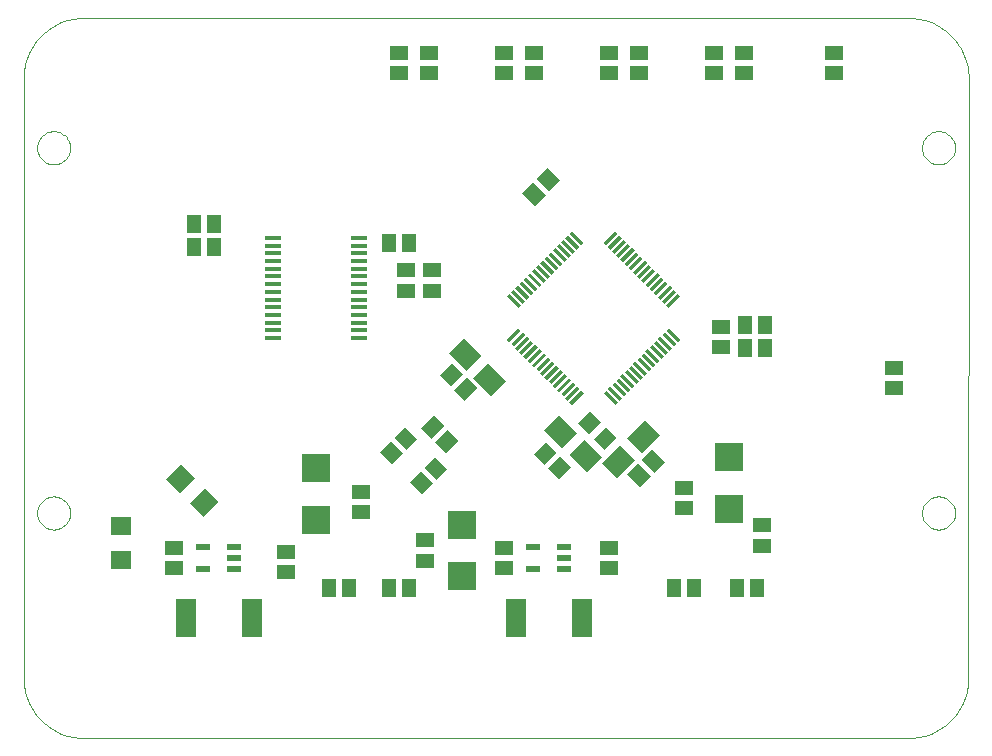
<source format=gbp>
G75*
G70*
%OFA0B0*%
%FSLAX24Y24*%
%IPPOS*%
%LPD*%
%AMOC8*
5,1,8,0,0,1.08239X$1,22.5*
%
%ADD10C,0.0000*%
%ADD11R,0.0118X0.0551*%
%ADD12R,0.0846X0.0709*%
%ADD13R,0.0512X0.0591*%
%ADD14R,0.0472X0.0217*%
%ADD15R,0.0591X0.0512*%
%ADD16R,0.0550X0.0137*%
%ADD17R,0.0709X0.1260*%
%ADD18R,0.0945X0.0945*%
%ADD19R,0.0630X0.0710*%
%ADD20R,0.0710X0.0630*%
D10*
X011180Y009430D02*
X011180Y029430D01*
X011182Y029525D01*
X011189Y029620D01*
X011200Y029715D01*
X011216Y029809D01*
X011236Y029902D01*
X011261Y029993D01*
X011290Y030084D01*
X011323Y030173D01*
X011361Y030261D01*
X011402Y030346D01*
X011448Y030430D01*
X011497Y030511D01*
X011551Y030590D01*
X011608Y030666D01*
X011669Y030740D01*
X011733Y030810D01*
X011800Y030877D01*
X011870Y030941D01*
X011944Y031002D01*
X012020Y031059D01*
X012099Y031113D01*
X012180Y031162D01*
X012264Y031208D01*
X012349Y031249D01*
X012437Y031287D01*
X012526Y031320D01*
X012617Y031349D01*
X012708Y031374D01*
X012801Y031394D01*
X012895Y031410D01*
X012990Y031421D01*
X013085Y031428D01*
X013180Y031430D01*
X040679Y031430D01*
X040774Y031428D01*
X040869Y031421D01*
X040964Y031410D01*
X041057Y031394D01*
X041150Y031374D01*
X041242Y031349D01*
X041333Y031320D01*
X041422Y031287D01*
X041510Y031249D01*
X041596Y031208D01*
X041679Y031162D01*
X041760Y031112D01*
X041839Y031059D01*
X041915Y031002D01*
X041989Y030941D01*
X042059Y030877D01*
X042127Y030810D01*
X042191Y030740D01*
X042251Y030666D01*
X042308Y030590D01*
X042362Y030511D01*
X042411Y030430D01*
X042457Y030346D01*
X042498Y030261D01*
X042536Y030173D01*
X042569Y030084D01*
X042598Y029993D01*
X042623Y029901D01*
X042643Y029808D01*
X042659Y029714D01*
X042670Y029620D01*
X042677Y029525D01*
X042679Y029429D01*
X042679Y029430D02*
X042673Y009430D01*
X042671Y009335D01*
X042664Y009240D01*
X042653Y009146D01*
X042637Y009052D01*
X042617Y008959D01*
X042592Y008867D01*
X042563Y008776D01*
X042530Y008687D01*
X042492Y008599D01*
X042451Y008514D01*
X042405Y008430D01*
X042356Y008349D01*
X042302Y008270D01*
X042245Y008194D01*
X042185Y008120D01*
X042121Y008050D01*
X042053Y007983D01*
X041983Y007919D01*
X041909Y007858D01*
X041833Y007801D01*
X041754Y007748D01*
X041673Y007698D01*
X041590Y007652D01*
X041504Y007611D01*
X041416Y007573D01*
X041327Y007540D01*
X041237Y007511D01*
X041145Y007486D01*
X041052Y007466D01*
X040958Y007450D01*
X040863Y007439D01*
X040768Y007432D01*
X040673Y007430D01*
X013180Y007430D01*
X013085Y007432D01*
X012990Y007439D01*
X012895Y007450D01*
X012801Y007466D01*
X012708Y007486D01*
X012617Y007511D01*
X012526Y007540D01*
X012437Y007573D01*
X012349Y007611D01*
X012264Y007652D01*
X012180Y007698D01*
X012099Y007747D01*
X012020Y007801D01*
X011944Y007858D01*
X011870Y007919D01*
X011800Y007983D01*
X011733Y008050D01*
X011669Y008120D01*
X011608Y008194D01*
X011551Y008270D01*
X011497Y008349D01*
X011448Y008430D01*
X011402Y008514D01*
X011361Y008599D01*
X011323Y008687D01*
X011290Y008776D01*
X011261Y008867D01*
X011236Y008958D01*
X011216Y009051D01*
X011200Y009145D01*
X011189Y009240D01*
X011182Y009335D01*
X011180Y009430D01*
X011629Y014930D02*
X011631Y014977D01*
X011637Y015023D01*
X011647Y015069D01*
X011660Y015114D01*
X011678Y015157D01*
X011699Y015199D01*
X011723Y015239D01*
X011751Y015276D01*
X011782Y015311D01*
X011816Y015344D01*
X011852Y015373D01*
X011891Y015399D01*
X011932Y015422D01*
X011975Y015441D01*
X012019Y015457D01*
X012064Y015469D01*
X012110Y015477D01*
X012157Y015481D01*
X012203Y015481D01*
X012250Y015477D01*
X012296Y015469D01*
X012341Y015457D01*
X012385Y015441D01*
X012428Y015422D01*
X012469Y015399D01*
X012508Y015373D01*
X012544Y015344D01*
X012578Y015311D01*
X012609Y015276D01*
X012637Y015239D01*
X012661Y015199D01*
X012682Y015157D01*
X012700Y015114D01*
X012713Y015069D01*
X012723Y015023D01*
X012729Y014977D01*
X012731Y014930D01*
X012729Y014883D01*
X012723Y014837D01*
X012713Y014791D01*
X012700Y014746D01*
X012682Y014703D01*
X012661Y014661D01*
X012637Y014621D01*
X012609Y014584D01*
X012578Y014549D01*
X012544Y014516D01*
X012508Y014487D01*
X012469Y014461D01*
X012428Y014438D01*
X012385Y014419D01*
X012341Y014403D01*
X012296Y014391D01*
X012250Y014383D01*
X012203Y014379D01*
X012157Y014379D01*
X012110Y014383D01*
X012064Y014391D01*
X012019Y014403D01*
X011975Y014419D01*
X011932Y014438D01*
X011891Y014461D01*
X011852Y014487D01*
X011816Y014516D01*
X011782Y014549D01*
X011751Y014584D01*
X011723Y014621D01*
X011699Y014661D01*
X011678Y014703D01*
X011660Y014746D01*
X011647Y014791D01*
X011637Y014837D01*
X011631Y014883D01*
X011629Y014930D01*
X011629Y027103D02*
X011631Y027150D01*
X011637Y027196D01*
X011647Y027242D01*
X011660Y027287D01*
X011678Y027330D01*
X011699Y027372D01*
X011723Y027412D01*
X011751Y027449D01*
X011782Y027484D01*
X011816Y027517D01*
X011852Y027546D01*
X011891Y027572D01*
X011932Y027595D01*
X011975Y027614D01*
X012019Y027630D01*
X012064Y027642D01*
X012110Y027650D01*
X012157Y027654D01*
X012203Y027654D01*
X012250Y027650D01*
X012296Y027642D01*
X012341Y027630D01*
X012385Y027614D01*
X012428Y027595D01*
X012469Y027572D01*
X012508Y027546D01*
X012544Y027517D01*
X012578Y027484D01*
X012609Y027449D01*
X012637Y027412D01*
X012661Y027372D01*
X012682Y027330D01*
X012700Y027287D01*
X012713Y027242D01*
X012723Y027196D01*
X012729Y027150D01*
X012731Y027103D01*
X012729Y027056D01*
X012723Y027010D01*
X012713Y026964D01*
X012700Y026919D01*
X012682Y026876D01*
X012661Y026834D01*
X012637Y026794D01*
X012609Y026757D01*
X012578Y026722D01*
X012544Y026689D01*
X012508Y026660D01*
X012469Y026634D01*
X012428Y026611D01*
X012385Y026592D01*
X012341Y026576D01*
X012296Y026564D01*
X012250Y026556D01*
X012203Y026552D01*
X012157Y026552D01*
X012110Y026556D01*
X012064Y026564D01*
X012019Y026576D01*
X011975Y026592D01*
X011932Y026611D01*
X011891Y026634D01*
X011852Y026660D01*
X011816Y026689D01*
X011782Y026722D01*
X011751Y026757D01*
X011723Y026794D01*
X011699Y026834D01*
X011678Y026876D01*
X011660Y026919D01*
X011647Y026964D01*
X011637Y027010D01*
X011631Y027056D01*
X011629Y027103D01*
X041125Y027103D02*
X041127Y027150D01*
X041133Y027196D01*
X041143Y027242D01*
X041156Y027287D01*
X041174Y027330D01*
X041195Y027372D01*
X041219Y027412D01*
X041247Y027449D01*
X041278Y027484D01*
X041312Y027517D01*
X041348Y027546D01*
X041387Y027572D01*
X041428Y027595D01*
X041471Y027614D01*
X041515Y027630D01*
X041560Y027642D01*
X041606Y027650D01*
X041653Y027654D01*
X041699Y027654D01*
X041746Y027650D01*
X041792Y027642D01*
X041837Y027630D01*
X041881Y027614D01*
X041924Y027595D01*
X041965Y027572D01*
X042004Y027546D01*
X042040Y027517D01*
X042074Y027484D01*
X042105Y027449D01*
X042133Y027412D01*
X042157Y027372D01*
X042178Y027330D01*
X042196Y027287D01*
X042209Y027242D01*
X042219Y027196D01*
X042225Y027150D01*
X042227Y027103D01*
X042225Y027056D01*
X042219Y027010D01*
X042209Y026964D01*
X042196Y026919D01*
X042178Y026876D01*
X042157Y026834D01*
X042133Y026794D01*
X042105Y026757D01*
X042074Y026722D01*
X042040Y026689D01*
X042004Y026660D01*
X041965Y026634D01*
X041924Y026611D01*
X041881Y026592D01*
X041837Y026576D01*
X041792Y026564D01*
X041746Y026556D01*
X041699Y026552D01*
X041653Y026552D01*
X041606Y026556D01*
X041560Y026564D01*
X041515Y026576D01*
X041471Y026592D01*
X041428Y026611D01*
X041387Y026634D01*
X041348Y026660D01*
X041312Y026689D01*
X041278Y026722D01*
X041247Y026757D01*
X041219Y026794D01*
X041195Y026834D01*
X041174Y026876D01*
X041156Y026919D01*
X041143Y026964D01*
X041133Y027010D01*
X041127Y027056D01*
X041125Y027103D01*
X041125Y014930D02*
X041127Y014977D01*
X041133Y015023D01*
X041143Y015069D01*
X041156Y015114D01*
X041174Y015157D01*
X041195Y015199D01*
X041219Y015239D01*
X041247Y015276D01*
X041278Y015311D01*
X041312Y015344D01*
X041348Y015373D01*
X041387Y015399D01*
X041428Y015422D01*
X041471Y015441D01*
X041515Y015457D01*
X041560Y015469D01*
X041606Y015477D01*
X041653Y015481D01*
X041699Y015481D01*
X041746Y015477D01*
X041792Y015469D01*
X041837Y015457D01*
X041881Y015441D01*
X041924Y015422D01*
X041965Y015399D01*
X042004Y015373D01*
X042040Y015344D01*
X042074Y015311D01*
X042105Y015276D01*
X042133Y015239D01*
X042157Y015199D01*
X042178Y015157D01*
X042196Y015114D01*
X042209Y015069D01*
X042219Y015023D01*
X042225Y014977D01*
X042227Y014930D01*
X042225Y014883D01*
X042219Y014837D01*
X042209Y014791D01*
X042196Y014746D01*
X042178Y014703D01*
X042157Y014661D01*
X042133Y014621D01*
X042105Y014584D01*
X042074Y014549D01*
X042040Y014516D01*
X042004Y014487D01*
X041965Y014461D01*
X041924Y014438D01*
X041881Y014419D01*
X041837Y014403D01*
X041792Y014391D01*
X041746Y014383D01*
X041699Y014379D01*
X041653Y014379D01*
X041606Y014383D01*
X041560Y014391D01*
X041515Y014403D01*
X041471Y014419D01*
X041428Y014438D01*
X041387Y014461D01*
X041348Y014487D01*
X041312Y014516D01*
X041278Y014549D01*
X041247Y014584D01*
X041219Y014621D01*
X041195Y014661D01*
X041174Y014703D01*
X041156Y014746D01*
X041143Y014791D01*
X041133Y014837D01*
X041127Y014883D01*
X041125Y014930D01*
D11*
G36*
X033075Y020707D02*
X032991Y020623D01*
X032603Y021011D01*
X032687Y021095D01*
X033075Y020707D01*
G37*
G36*
X032935Y020568D02*
X032851Y020484D01*
X032463Y020872D01*
X032547Y020956D01*
X032935Y020568D01*
G37*
G36*
X032796Y020429D02*
X032712Y020345D01*
X032324Y020733D01*
X032408Y020817D01*
X032796Y020429D01*
G37*
G36*
X032657Y020290D02*
X032573Y020206D01*
X032185Y020594D01*
X032269Y020678D01*
X032657Y020290D01*
G37*
G36*
X032518Y020151D02*
X032434Y020067D01*
X032046Y020455D01*
X032130Y020539D01*
X032518Y020151D01*
G37*
G36*
X032379Y020011D02*
X032295Y019927D01*
X031907Y020315D01*
X031991Y020399D01*
X032379Y020011D01*
G37*
G36*
X032239Y019872D02*
X032155Y019788D01*
X031767Y020176D01*
X031851Y020260D01*
X032239Y019872D01*
G37*
G36*
X032100Y019733D02*
X032016Y019649D01*
X031628Y020037D01*
X031712Y020121D01*
X032100Y019733D01*
G37*
G36*
X031961Y019594D02*
X031877Y019510D01*
X031489Y019898D01*
X031573Y019982D01*
X031961Y019594D01*
G37*
G36*
X031822Y019455D02*
X031738Y019371D01*
X031350Y019759D01*
X031434Y019843D01*
X031822Y019455D01*
G37*
G36*
X031683Y019315D02*
X031599Y019231D01*
X031211Y019619D01*
X031295Y019703D01*
X031683Y019315D01*
G37*
G36*
X031543Y019176D02*
X031459Y019092D01*
X031071Y019480D01*
X031155Y019564D01*
X031543Y019176D01*
G37*
G36*
X031404Y019037D02*
X031320Y018953D01*
X030932Y019341D01*
X031016Y019425D01*
X031404Y019037D01*
G37*
G36*
X031265Y018898D02*
X031181Y018814D01*
X030793Y019202D01*
X030877Y019286D01*
X031265Y018898D01*
G37*
G36*
X031126Y018759D02*
X031042Y018675D01*
X030654Y019063D01*
X030738Y019147D01*
X031126Y018759D01*
G37*
G36*
X030987Y018619D02*
X030903Y018535D01*
X030515Y018923D01*
X030599Y019007D01*
X030987Y018619D01*
G37*
G36*
X029457Y018535D02*
X029373Y018619D01*
X029761Y019007D01*
X029845Y018923D01*
X029457Y018535D01*
G37*
G36*
X029318Y018675D02*
X029234Y018759D01*
X029622Y019147D01*
X029706Y019063D01*
X029318Y018675D01*
G37*
G36*
X029179Y018814D02*
X029095Y018898D01*
X029483Y019286D01*
X029567Y019202D01*
X029179Y018814D01*
G37*
G36*
X029040Y018953D02*
X028956Y019037D01*
X029344Y019425D01*
X029428Y019341D01*
X029040Y018953D01*
G37*
G36*
X028901Y019092D02*
X028817Y019176D01*
X029205Y019564D01*
X029289Y019480D01*
X028901Y019092D01*
G37*
G36*
X028761Y019231D02*
X028677Y019315D01*
X029065Y019703D01*
X029149Y019619D01*
X028761Y019231D01*
G37*
G36*
X028622Y019371D02*
X028538Y019455D01*
X028926Y019843D01*
X029010Y019759D01*
X028622Y019371D01*
G37*
G36*
X028483Y019510D02*
X028399Y019594D01*
X028787Y019982D01*
X028871Y019898D01*
X028483Y019510D01*
G37*
G36*
X028344Y019649D02*
X028260Y019733D01*
X028648Y020121D01*
X028732Y020037D01*
X028344Y019649D01*
G37*
G36*
X028205Y019788D02*
X028121Y019872D01*
X028509Y020260D01*
X028593Y020176D01*
X028205Y019788D01*
G37*
G36*
X028065Y019927D02*
X027981Y020011D01*
X028369Y020399D01*
X028453Y020315D01*
X028065Y019927D01*
G37*
G36*
X027926Y020067D02*
X027842Y020151D01*
X028230Y020539D01*
X028314Y020455D01*
X027926Y020067D01*
G37*
G36*
X027787Y020206D02*
X027703Y020290D01*
X028091Y020678D01*
X028175Y020594D01*
X027787Y020206D01*
G37*
G36*
X027648Y020345D02*
X027564Y020429D01*
X027952Y020817D01*
X028036Y020733D01*
X027648Y020345D01*
G37*
G36*
X027509Y020484D02*
X027425Y020568D01*
X027813Y020956D01*
X027897Y020872D01*
X027509Y020484D01*
G37*
G36*
X027369Y020623D02*
X027285Y020707D01*
X027673Y021095D01*
X027757Y021011D01*
X027369Y020623D01*
G37*
G36*
X027757Y021849D02*
X027673Y021765D01*
X027285Y022153D01*
X027369Y022237D01*
X027757Y021849D01*
G37*
G36*
X027897Y021988D02*
X027813Y021904D01*
X027425Y022292D01*
X027509Y022376D01*
X027897Y021988D01*
G37*
G36*
X028036Y022127D02*
X027952Y022043D01*
X027564Y022431D01*
X027648Y022515D01*
X028036Y022127D01*
G37*
G36*
X028175Y022266D02*
X028091Y022182D01*
X027703Y022570D01*
X027787Y022654D01*
X028175Y022266D01*
G37*
G36*
X028314Y022405D02*
X028230Y022321D01*
X027842Y022709D01*
X027926Y022793D01*
X028314Y022405D01*
G37*
G36*
X028453Y022545D02*
X028369Y022461D01*
X027981Y022849D01*
X028065Y022933D01*
X028453Y022545D01*
G37*
G36*
X028593Y022684D02*
X028509Y022600D01*
X028121Y022988D01*
X028205Y023072D01*
X028593Y022684D01*
G37*
G36*
X028732Y022823D02*
X028648Y022739D01*
X028260Y023127D01*
X028344Y023211D01*
X028732Y022823D01*
G37*
G36*
X028871Y022962D02*
X028787Y022878D01*
X028399Y023266D01*
X028483Y023350D01*
X028871Y022962D01*
G37*
G36*
X029010Y023101D02*
X028926Y023017D01*
X028538Y023405D01*
X028622Y023489D01*
X029010Y023101D01*
G37*
G36*
X029149Y023241D02*
X029065Y023157D01*
X028677Y023545D01*
X028761Y023629D01*
X029149Y023241D01*
G37*
G36*
X029289Y023380D02*
X029205Y023296D01*
X028817Y023684D01*
X028901Y023768D01*
X029289Y023380D01*
G37*
G36*
X029428Y023519D02*
X029344Y023435D01*
X028956Y023823D01*
X029040Y023907D01*
X029428Y023519D01*
G37*
G36*
X029567Y023658D02*
X029483Y023574D01*
X029095Y023962D01*
X029179Y024046D01*
X029567Y023658D01*
G37*
G36*
X029706Y023797D02*
X029622Y023713D01*
X029234Y024101D01*
X029318Y024185D01*
X029706Y023797D01*
G37*
G36*
X029845Y023937D02*
X029761Y023853D01*
X029373Y024241D01*
X029457Y024325D01*
X029845Y023937D01*
G37*
G36*
X030599Y023853D02*
X030515Y023937D01*
X030903Y024325D01*
X030987Y024241D01*
X030599Y023853D01*
G37*
G36*
X030738Y023713D02*
X030654Y023797D01*
X031042Y024185D01*
X031126Y024101D01*
X030738Y023713D01*
G37*
G36*
X030877Y023574D02*
X030793Y023658D01*
X031181Y024046D01*
X031265Y023962D01*
X030877Y023574D01*
G37*
G36*
X031016Y023435D02*
X030932Y023519D01*
X031320Y023907D01*
X031404Y023823D01*
X031016Y023435D01*
G37*
G36*
X031155Y023296D02*
X031071Y023380D01*
X031459Y023768D01*
X031543Y023684D01*
X031155Y023296D01*
G37*
G36*
X031295Y023157D02*
X031211Y023241D01*
X031599Y023629D01*
X031683Y023545D01*
X031295Y023157D01*
G37*
G36*
X031434Y023017D02*
X031350Y023101D01*
X031738Y023489D01*
X031822Y023405D01*
X031434Y023017D01*
G37*
G36*
X031573Y022878D02*
X031489Y022962D01*
X031877Y023350D01*
X031961Y023266D01*
X031573Y022878D01*
G37*
G36*
X031712Y022739D02*
X031628Y022823D01*
X032016Y023211D01*
X032100Y023127D01*
X031712Y022739D01*
G37*
G36*
X031851Y022600D02*
X031767Y022684D01*
X032155Y023072D01*
X032239Y022988D01*
X031851Y022600D01*
G37*
G36*
X031991Y022461D02*
X031907Y022545D01*
X032295Y022933D01*
X032379Y022849D01*
X031991Y022461D01*
G37*
G36*
X032130Y022321D02*
X032046Y022405D01*
X032434Y022793D01*
X032518Y022709D01*
X032130Y022321D01*
G37*
G36*
X032269Y022182D02*
X032185Y022266D01*
X032573Y022654D01*
X032657Y022570D01*
X032269Y022182D01*
G37*
G36*
X032408Y022043D02*
X032324Y022127D01*
X032712Y022515D01*
X032796Y022431D01*
X032408Y022043D01*
G37*
G36*
X032547Y021904D02*
X032463Y021988D01*
X032851Y022376D01*
X032935Y022292D01*
X032547Y021904D01*
G37*
G36*
X032687Y021765D02*
X032603Y021849D01*
X032991Y022237D01*
X033075Y022153D01*
X032687Y021765D01*
G37*
D12*
G36*
X031292Y017418D02*
X031889Y018015D01*
X032390Y017514D01*
X031793Y016917D01*
X031292Y017418D01*
G37*
G36*
X030470Y016596D02*
X031067Y017193D01*
X031568Y016692D01*
X030971Y016095D01*
X030470Y016596D01*
G37*
G36*
X029861Y017378D02*
X030458Y016781D01*
X029957Y016280D01*
X029360Y016877D01*
X029861Y017378D01*
G37*
G36*
X029040Y018199D02*
X029637Y017602D01*
X029136Y017101D01*
X028539Y017698D01*
X029040Y018199D01*
G37*
G36*
X026668Y019943D02*
X027265Y019346D01*
X026764Y018845D01*
X026167Y019442D01*
X026668Y019943D01*
G37*
G36*
X025846Y020765D02*
X026443Y020168D01*
X025942Y019667D01*
X025345Y020264D01*
X025846Y020765D01*
G37*
D13*
G36*
X025416Y019153D02*
X025054Y019515D01*
X025470Y019931D01*
X025832Y019569D01*
X025416Y019153D01*
G37*
G36*
X025890Y018679D02*
X025528Y019041D01*
X025944Y019457D01*
X026306Y019095D01*
X025890Y018679D01*
G37*
G36*
X024791Y017403D02*
X024429Y017765D01*
X024845Y018181D01*
X025207Y017819D01*
X024791Y017403D01*
G37*
G36*
X025265Y016929D02*
X024903Y017291D01*
X025319Y017707D01*
X025681Y017345D01*
X025265Y016929D01*
G37*
G36*
X024528Y016444D02*
X024890Y016806D01*
X025306Y016390D01*
X024944Y016028D01*
X024528Y016444D01*
G37*
G36*
X024054Y015970D02*
X024416Y016332D01*
X024832Y015916D01*
X024470Y015554D01*
X024054Y015970D01*
G37*
G36*
X023054Y016970D02*
X023416Y017332D01*
X023832Y016916D01*
X023470Y016554D01*
X023054Y016970D01*
G37*
G36*
X023528Y017444D02*
X023890Y017806D01*
X024306Y017390D01*
X023944Y017028D01*
X023528Y017444D01*
G37*
G36*
X028541Y016528D02*
X028179Y016890D01*
X028595Y017306D01*
X028957Y016944D01*
X028541Y016528D01*
G37*
G36*
X029015Y016054D02*
X028653Y016416D01*
X029069Y016832D01*
X029431Y016470D01*
X029015Y016054D01*
G37*
G36*
X030542Y017027D02*
X030180Y017389D01*
X030596Y017805D01*
X030958Y017443D01*
X030542Y017027D01*
G37*
G36*
X030014Y017555D02*
X029652Y017917D01*
X030068Y018333D01*
X030430Y017971D01*
X030014Y017555D01*
G37*
G36*
X032082Y016166D02*
X031720Y015804D01*
X031304Y016220D01*
X031666Y016582D01*
X032082Y016166D01*
G37*
G36*
X032556Y016640D02*
X032194Y016278D01*
X031778Y016694D01*
X032140Y017056D01*
X032556Y016640D01*
G37*
X035220Y020430D03*
X035890Y020430D03*
X035890Y021180D03*
X035220Y021180D03*
G36*
X028278Y026069D02*
X028640Y026431D01*
X029056Y026015D01*
X028694Y025653D01*
X028278Y026069D01*
G37*
G36*
X027804Y025595D02*
X028166Y025957D01*
X028582Y025541D01*
X028220Y025179D01*
X027804Y025595D01*
G37*
X024015Y023930D03*
X023345Y023930D03*
X017515Y023805D03*
X016845Y023805D03*
X016845Y024555D03*
X017515Y024555D03*
X021345Y012430D03*
X022015Y012430D03*
X023345Y012430D03*
X024015Y012430D03*
X032845Y012430D03*
X033515Y012430D03*
X034970Y012430D03*
X035640Y012430D03*
D14*
X029192Y013056D03*
X029192Y013430D03*
X029192Y013804D03*
X028168Y013804D03*
X028168Y013056D03*
X018192Y013056D03*
X018192Y013430D03*
X018192Y013804D03*
X017168Y013804D03*
X017168Y013056D03*
D15*
X016180Y013095D03*
X016180Y013765D03*
X019930Y013640D03*
X019930Y012970D03*
X022430Y014970D03*
X022430Y015640D03*
X024555Y014015D03*
X024555Y013345D03*
X027180Y013095D03*
X027180Y013765D03*
X030680Y013765D03*
X030680Y013095D03*
X033180Y015095D03*
X033180Y015765D03*
X035805Y014515D03*
X035805Y013845D03*
X040180Y019095D03*
X040180Y019765D03*
X034430Y020470D03*
X034430Y021140D03*
X024805Y022345D03*
X024805Y023015D03*
X023930Y023015D03*
X023930Y022345D03*
X023680Y029595D03*
X023680Y030265D03*
X024680Y030265D03*
X024680Y029595D03*
X027180Y029595D03*
X027180Y030265D03*
X028180Y030265D03*
X028180Y029595D03*
X030680Y029595D03*
X030680Y030265D03*
X031680Y030265D03*
X031680Y029595D03*
X034180Y029595D03*
X034180Y030265D03*
X035180Y030265D03*
X035180Y029595D03*
X038180Y029595D03*
X038180Y030265D03*
D16*
X022369Y024093D03*
X022369Y023837D03*
X022369Y023582D03*
X022369Y023326D03*
X022369Y023070D03*
X022369Y022814D03*
X022369Y022558D03*
X022369Y022302D03*
X022369Y022046D03*
X022369Y021790D03*
X022369Y021534D03*
X022369Y021278D03*
X022369Y021023D03*
X022369Y020767D03*
X019491Y020767D03*
X019491Y021023D03*
X019491Y021278D03*
X019491Y021534D03*
X019491Y021790D03*
X019491Y022046D03*
X019491Y022302D03*
X019491Y022558D03*
X019491Y022814D03*
X019491Y023070D03*
X019491Y023326D03*
X019491Y023582D03*
X019491Y023837D03*
X019491Y024093D03*
D17*
X018782Y011430D03*
X016578Y011430D03*
X027578Y011430D03*
X029782Y011430D03*
D18*
X025805Y012814D03*
X025805Y014546D03*
X020930Y014689D03*
X020930Y016421D03*
X034680Y016796D03*
X034680Y015064D03*
D19*
G36*
X017229Y015757D02*
X017674Y015312D01*
X017173Y014811D01*
X016728Y015256D01*
X017229Y015757D01*
G37*
G36*
X016437Y016549D02*
X016882Y016104D01*
X016381Y015603D01*
X015936Y016048D01*
X016437Y016549D01*
G37*
D20*
X014430Y014490D03*
X014430Y013370D03*
M02*

</source>
